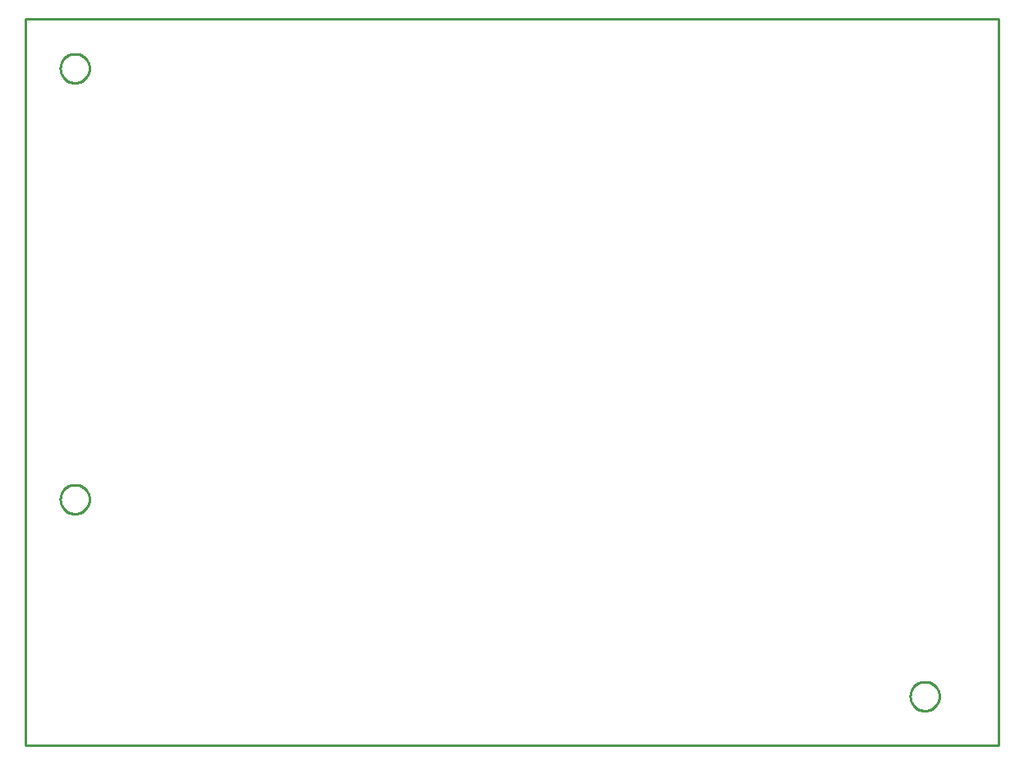
<source format=gbr>
G04 EAGLE Gerber RS-274X export*
G75*
%MOMM*%
%FSLAX34Y34*%
%LPD*%
%IN*%
%IPPOS*%
%AMOC8*
5,1,8,0,0,1.08239X$1,22.5*%
G01*
%ADD10C,0.254000*%


D10*
X0Y50800D02*
X1003300Y50900D01*
X1003300Y800100D01*
X0Y800100D01*
X0Y50800D01*
X942100Y101064D02*
X942024Y99996D01*
X941871Y98935D01*
X941643Y97888D01*
X941341Y96860D01*
X940967Y95856D01*
X940522Y94881D01*
X940008Y93941D01*
X939429Y93040D01*
X938787Y92182D01*
X938085Y91372D01*
X937328Y90615D01*
X936518Y89913D01*
X935660Y89271D01*
X934759Y88692D01*
X933819Y88178D01*
X932844Y87733D01*
X931840Y87359D01*
X930812Y87057D01*
X929765Y86829D01*
X928704Y86676D01*
X927636Y86600D01*
X926564Y86600D01*
X925496Y86676D01*
X924435Y86829D01*
X923388Y87057D01*
X922360Y87359D01*
X921356Y87733D01*
X920381Y88178D01*
X919441Y88692D01*
X918540Y89271D01*
X917682Y89913D01*
X916872Y90615D01*
X916115Y91372D01*
X915413Y92182D01*
X914771Y93040D01*
X914192Y93941D01*
X913678Y94881D01*
X913233Y95856D01*
X912859Y96860D01*
X912557Y97888D01*
X912329Y98935D01*
X912176Y99996D01*
X912100Y101064D01*
X912100Y102136D01*
X912176Y103204D01*
X912329Y104265D01*
X912557Y105312D01*
X912859Y106340D01*
X913233Y107344D01*
X913678Y108319D01*
X914192Y109259D01*
X914771Y110160D01*
X915413Y111018D01*
X916115Y111828D01*
X916872Y112585D01*
X917682Y113287D01*
X918540Y113929D01*
X919441Y114508D01*
X920381Y115022D01*
X921356Y115467D01*
X922360Y115841D01*
X923388Y116143D01*
X924435Y116371D01*
X925496Y116524D01*
X926564Y116600D01*
X927636Y116600D01*
X928704Y116524D01*
X929765Y116371D01*
X930812Y116143D01*
X931840Y115841D01*
X932844Y115467D01*
X933819Y115022D01*
X934759Y114508D01*
X935660Y113929D01*
X936518Y113287D01*
X937328Y112585D01*
X938085Y111828D01*
X938787Y111018D01*
X939429Y110160D01*
X940008Y109259D01*
X940522Y108319D01*
X940967Y107344D01*
X941341Y106340D01*
X941643Y105312D01*
X941871Y104265D01*
X942024Y103204D01*
X942100Y102136D01*
X942100Y101064D01*
X65800Y748764D02*
X65724Y747696D01*
X65571Y746635D01*
X65343Y745588D01*
X65041Y744560D01*
X64667Y743556D01*
X64222Y742581D01*
X63708Y741641D01*
X63129Y740740D01*
X62487Y739882D01*
X61785Y739072D01*
X61028Y738315D01*
X60218Y737613D01*
X59360Y736971D01*
X58459Y736392D01*
X57519Y735878D01*
X56544Y735433D01*
X55540Y735059D01*
X54512Y734757D01*
X53465Y734529D01*
X52404Y734376D01*
X51336Y734300D01*
X50264Y734300D01*
X49196Y734376D01*
X48135Y734529D01*
X47088Y734757D01*
X46060Y735059D01*
X45056Y735433D01*
X44081Y735878D01*
X43141Y736392D01*
X42240Y736971D01*
X41382Y737613D01*
X40572Y738315D01*
X39815Y739072D01*
X39113Y739882D01*
X38471Y740740D01*
X37892Y741641D01*
X37378Y742581D01*
X36933Y743556D01*
X36559Y744560D01*
X36257Y745588D01*
X36029Y746635D01*
X35876Y747696D01*
X35800Y748764D01*
X35800Y749836D01*
X35876Y750904D01*
X36029Y751965D01*
X36257Y753012D01*
X36559Y754040D01*
X36933Y755044D01*
X37378Y756019D01*
X37892Y756959D01*
X38471Y757860D01*
X39113Y758718D01*
X39815Y759528D01*
X40572Y760285D01*
X41382Y760987D01*
X42240Y761629D01*
X43141Y762208D01*
X44081Y762722D01*
X45056Y763167D01*
X46060Y763541D01*
X47088Y763843D01*
X48135Y764071D01*
X49196Y764224D01*
X50264Y764300D01*
X51336Y764300D01*
X52404Y764224D01*
X53465Y764071D01*
X54512Y763843D01*
X55540Y763541D01*
X56544Y763167D01*
X57519Y762722D01*
X58459Y762208D01*
X59360Y761629D01*
X60218Y760987D01*
X61028Y760285D01*
X61785Y759528D01*
X62487Y758718D01*
X63129Y757860D01*
X63708Y756959D01*
X64222Y756019D01*
X64667Y755044D01*
X65041Y754040D01*
X65343Y753012D01*
X65571Y751965D01*
X65724Y750904D01*
X65800Y749836D01*
X65800Y748764D01*
X65800Y304264D02*
X65724Y303196D01*
X65571Y302135D01*
X65343Y301088D01*
X65041Y300060D01*
X64667Y299056D01*
X64222Y298081D01*
X63708Y297141D01*
X63129Y296240D01*
X62487Y295382D01*
X61785Y294572D01*
X61028Y293815D01*
X60218Y293113D01*
X59360Y292471D01*
X58459Y291892D01*
X57519Y291378D01*
X56544Y290933D01*
X55540Y290559D01*
X54512Y290257D01*
X53465Y290029D01*
X52404Y289876D01*
X51336Y289800D01*
X50264Y289800D01*
X49196Y289876D01*
X48135Y290029D01*
X47088Y290257D01*
X46060Y290559D01*
X45056Y290933D01*
X44081Y291378D01*
X43141Y291892D01*
X42240Y292471D01*
X41382Y293113D01*
X40572Y293815D01*
X39815Y294572D01*
X39113Y295382D01*
X38471Y296240D01*
X37892Y297141D01*
X37378Y298081D01*
X36933Y299056D01*
X36559Y300060D01*
X36257Y301088D01*
X36029Y302135D01*
X35876Y303196D01*
X35800Y304264D01*
X35800Y305336D01*
X35876Y306404D01*
X36029Y307465D01*
X36257Y308512D01*
X36559Y309540D01*
X36933Y310544D01*
X37378Y311519D01*
X37892Y312459D01*
X38471Y313360D01*
X39113Y314218D01*
X39815Y315028D01*
X40572Y315785D01*
X41382Y316487D01*
X42240Y317129D01*
X43141Y317708D01*
X44081Y318222D01*
X45056Y318667D01*
X46060Y319041D01*
X47088Y319343D01*
X48135Y319571D01*
X49196Y319724D01*
X50264Y319800D01*
X51336Y319800D01*
X52404Y319724D01*
X53465Y319571D01*
X54512Y319343D01*
X55540Y319041D01*
X56544Y318667D01*
X57519Y318222D01*
X58459Y317708D01*
X59360Y317129D01*
X60218Y316487D01*
X61028Y315785D01*
X61785Y315028D01*
X62487Y314218D01*
X63129Y313360D01*
X63708Y312459D01*
X64222Y311519D01*
X64667Y310544D01*
X65041Y309540D01*
X65343Y308512D01*
X65571Y307465D01*
X65724Y306404D01*
X65800Y305336D01*
X65800Y304264D01*
M02*

</source>
